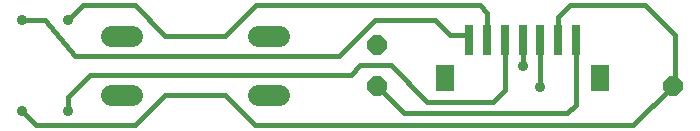
<source format=gbl>
G75*
G70*
%OFA0B0*%
%FSLAX24Y24*%
%IPPOS*%
%LPD*%
%AMOC8*
5,1,8,0,0,1.08239X$1,22.5*
%
%ADD10OC8,0.0650*%
%ADD11C,0.0705*%
%ADD12R,0.0315X0.0984*%
%ADD13R,0.0591X0.0906*%
%ADD14C,0.0160*%
%ADD15C,0.0357*%
%ADD16C,0.0359*%
D10*
X015160Y001992D03*
X015160Y003370D03*
X025022Y002012D03*
D11*
X011913Y001701D02*
X011208Y001701D01*
X006993Y001701D02*
X006288Y001701D01*
X006288Y003661D02*
X006993Y003661D01*
X011208Y003661D02*
X011913Y003661D01*
D12*
X018250Y003542D03*
X018841Y003542D03*
X019431Y003542D03*
X020022Y003542D03*
X020613Y003542D03*
X021203Y003542D03*
X021794Y003542D03*
D13*
X022601Y002262D03*
X017443Y002262D03*
D14*
X003811Y000681D02*
X003335Y001158D01*
X004867Y001176D02*
X004867Y001632D01*
X005615Y002380D01*
X005841Y002380D01*
X005843Y002378D01*
X014298Y002378D01*
X014601Y002681D01*
X015624Y002681D01*
X016839Y001467D01*
X019038Y001467D01*
X019431Y001861D01*
X019431Y003542D01*
X018841Y003542D02*
X018841Y004433D01*
X018845Y004437D01*
X018601Y004681D01*
X011120Y004681D01*
X010101Y003662D01*
X008097Y003660D01*
X007101Y004681D01*
X005365Y004681D01*
X004865Y004181D01*
X004101Y004181D02*
X003349Y004181D01*
X003335Y004195D01*
X004101Y004181D02*
X005113Y002985D01*
X013904Y002985D01*
X015101Y004181D01*
X017101Y004181D01*
X017601Y003681D01*
X018111Y003681D01*
X018250Y003542D01*
X018252Y003544D01*
X020022Y003542D02*
X020022Y002679D01*
X020028Y002674D01*
X021203Y003284D02*
X021203Y003542D01*
X021203Y004284D01*
X021601Y004681D01*
X024101Y004681D01*
X025101Y003681D01*
X025101Y002091D01*
X025022Y002012D01*
X023691Y000681D01*
X011101Y000681D01*
X010101Y001681D01*
X008101Y001681D01*
X007101Y000681D01*
X003811Y000681D01*
X015160Y001992D02*
X016071Y001081D01*
X021506Y001081D01*
X021794Y001368D01*
X021794Y003542D01*
X020613Y003542D02*
X020613Y001963D01*
X020603Y001953D01*
D15*
X020603Y001953D03*
X004867Y001176D03*
X003335Y001158D03*
X003335Y004195D03*
X004865Y004181D03*
D16*
X020028Y002674D03*
M02*

</source>
